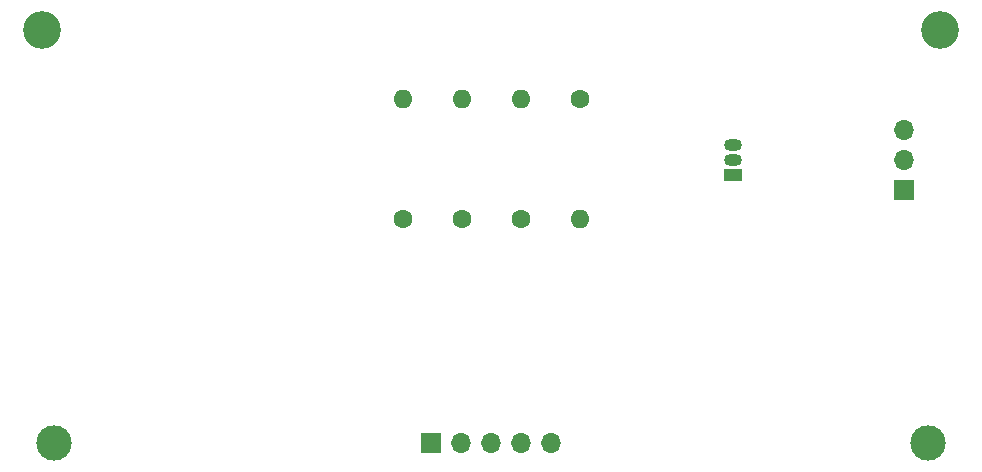
<source format=gbr>
%TF.GenerationSoftware,KiCad,Pcbnew,(5.1.9)-1*%
%TF.CreationDate,2021-05-15T15:20:44+02:00*%
%TF.ProjectId,esp8266temp,65737038-3236-4367-9465-6d702e6b6963,rev?*%
%TF.SameCoordinates,Original*%
%TF.FileFunction,Soldermask,Bot*%
%TF.FilePolarity,Negative*%
%FSLAX46Y46*%
G04 Gerber Fmt 4.6, Leading zero omitted, Abs format (unit mm)*
G04 Created by KiCad (PCBNEW (5.1.9)-1) date 2021-05-15 15:20:44*
%MOMM*%
%LPD*%
G01*
G04 APERTURE LIST*
%ADD10C,3.200000*%
%ADD11O,1.600000X1.600000*%
%ADD12C,1.600000*%
%ADD13R,1.500000X1.050000*%
%ADD14O,1.500000X1.050000*%
%ADD15O,1.700000X1.700000*%
%ADD16R,1.700000X1.700000*%
%ADD17C,3.000000*%
G04 APERTURE END LIST*
D10*
%TO.C,3mm*%
X119000000Y-38000000D03*
%TD*%
%TO.C,3mm*%
X43000000Y-38000000D03*
%TD*%
D11*
%TO.C,R3*%
X83500000Y-43840000D03*
D12*
X83500000Y-54000000D03*
%TD*%
D13*
%TO.C,U1*%
X101500000Y-50270000D03*
D14*
X101500000Y-47730000D03*
X101500000Y-49000000D03*
%TD*%
D11*
%TO.C,R4*%
X88500000Y-54000000D03*
D12*
X88500000Y-43840000D03*
%TD*%
D11*
%TO.C,R2*%
X78500000Y-43840000D03*
D12*
X78500000Y-54000000D03*
%TD*%
D11*
%TO.C,R1*%
X73500000Y-43840000D03*
D12*
X73500000Y-54000000D03*
%TD*%
D15*
%TO.C,J2*%
X116000000Y-46460000D03*
X116000000Y-49000000D03*
D16*
X116000000Y-51540000D03*
%TD*%
D15*
%TO.C,J1*%
X86080000Y-73000000D03*
X83540000Y-73000000D03*
X81000000Y-73000000D03*
X78460000Y-73000000D03*
D16*
X75920000Y-73000000D03*
%TD*%
D17*
%TO.C,BT1*%
X118000000Y-73000000D03*
X44000000Y-73000000D03*
%TD*%
M02*

</source>
